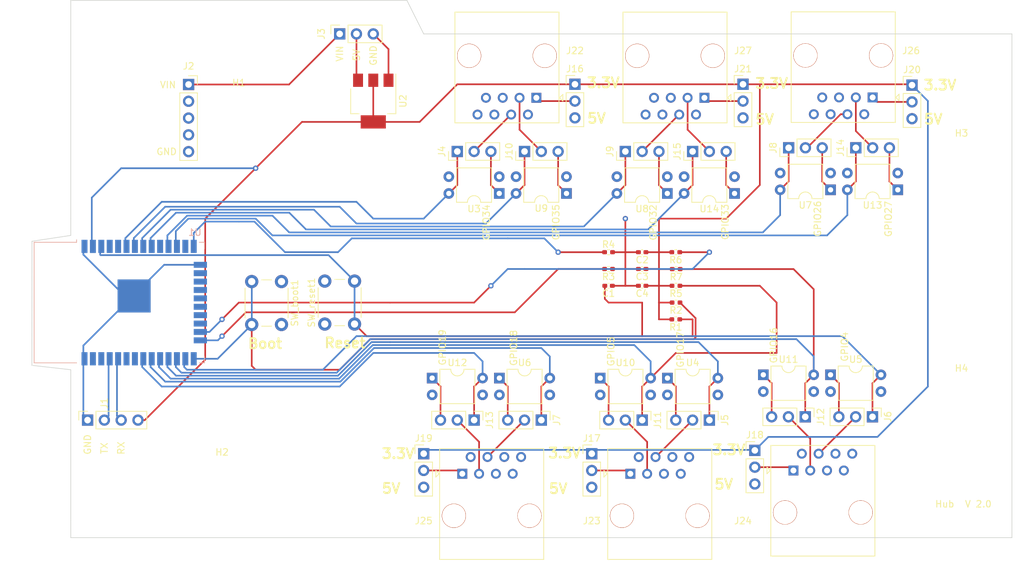
<source format=kicad_pcb>
(kicad_pcb (version 20211014) (generator pcbnew)
  (layers (0 "F.Cu" signal) (1 "In1.Cu" signal "GND") (2 "In2.Cu" signal "PWR5") (31 "B.Cu" signal) (34 "B.Paste" user) (35 "F.Paste" user) (36 "B.SilkS" user "B.Silkscreen") (37 "F.SilkS" user "F.Silkscreen") (38 "B.Mask" user) (39 "F.Mask" user) (44 "Edge.Cuts" user))
  (net 0 "")
  (net 1 "Net-(J2-Pad1)")
  (net 5 "GND")
  (net 6 "+5V")
  (net 7 "+3V3")
  (net 8 "Net-(J24-Pad4)")
  (net 9 "Net-(J5-Pad3)")
  (net 15 "Net-(J10-Pad3)")
  (net 17 "Net-(J15-Pad2)")
  (net 18 "Net-(J22-Pad4)")
  (net 19 "Net-(J4-Pad3)")
  (net 20 "Net-(J23-Pad4)")
  (net 21 "Net-(J6-Pad3)")
  (net 22 "Net-(J25-Pad4)")
  (net 23 "Net-(J7-Pad3)")
  (net 24 "Net-(J26-Pad4)")
  (net 25 "Net-(J8-Pad3)")
  (net 26 "Net-(J27-Pad4)")
  (net 27 "EN")
  (net 33 "Net-(J11-Pad2)")
  (net 34 "Net-(J11-Pad3)")
  (net 35 "Net-(J12-Pad2)")
  (net 36 "Net-(J12-Pad3)")
  (net 37 "Net-(J13-Pad2)")
  (net 38 "Net-(J13-Pad3)")
  (net 39 "Net-(J14-Pad2)")
  (net 40 "Net-(J14-Pad3)")
  (net 41 "Net-(J15-Pad3)")
  (net 42 "Net-(J16-Pad2)")
  (net 43 "Net-(J17-Pad2)")
  (net 44 "Net-(J18-Pad2)")
  (net 45 "Net-(J19-Pad2)")
  (net 46 "Net-(J20-Pad2)")
  (net 47 "Net-(J21-Pad2)")
  (net 48 "Net-(J10-Pad2)")
  (net 69 "U0TXD")
  (net 70 "U0RXD")
  (net 71 "GPIO34")
  (net 72 "GPIO17")
  (net 73 "GPIO4")
  (net 74 "GPIO18")
  (net 75 "GPIO26")
  (net 76 "Net-(J9-Pad3)")
  (net 77 "GPIO35")
  (net 78 "GPIO5")
  (net 79 "GPIO16")
  (net 80 "GPIO19")
  (net 81 "GPIO27")
  (net 82 "GPIO33")
  (net 83 "GPIO0")
  (net 84 "GPIO2")
  (net 85 "GPIO12")
  (net 86 "GPIO15")
  (net 87 "GPIO36")
  (net 88 "GPIO39")
  (net 89 "GPIO32")
  (net 90 "GPIO25")
  (net 91 "GPIO14")
  (net 92 "GPIO13")
  (net 93 "GPIO21")
  (net 94 "GPIO22")
  (net 95 "GPIO23")
  (footprint "MountingHole:MountingHole_4.3mm_M4" (layer "F.Cu") (at 50.8 129.54)
    (fp_text reference "H2")
    (fp_text value "MountingHole")
  )
  (footprint "Connector_PinHeader_2.54mm:PinHeader_1x03_P2.54mm_Vertical" (layer "F.Cu") (at 146.592688 78.188218 90)
    (fp_text reference "J14")
    (fp_text value "Conn_01x03_Male")
  )
  (footprint "Connector_PinHeader_2.54mm:PinHeader_1x03_P2.54mm_Vertical" (layer "F.Cu") (at 129.54 68.58)
    (fp_text reference "J21")
    (fp_text value "Conn_01x03_Male")
  )
  (footprint "Connector_RJ:RJ45_OST_PJ012-8P8CX_Vertical" (layer "F.Cu") (at 123.7075 70.62 180)
    (fp_text reference "J27")
    (fp_text value "8P8C")
  )
  (footprint "Connector_RJ:RJ45_OST_PJ012-8P8CX_Vertical" (layer "F.Cu") (at 149.132688 70.568218 180)
    (fp_text reference "J26")
    (fp_text value "8P8C")
  )
  (footprint "Capacitor_SMD:C_0402_1005Metric_Pad0.74x0.62mm_HandSolder" (layer "F.Cu") (at 114.3 96.52 180)
    (fp_text reference "C3")
    (fp_text value "10uf")
  )
  (footprint "Package_DIP:DIP-4_W7.62mm" (layer "F.Cu") (at 128.26 85.095 180)
    (fp_text reference "U14")
    (fp_text value "PC817")
  )
  (footprint "Capacitor_SMD:C_0402_1005Metric_Pad0.74x0.62mm_HandSolder" (layer "F.Cu") (at 114.3 93.98 180)
    (fp_text reference "C2")
    (fp_text value "1uf")
  )
  (footprint "Resistor_SMD:R_0402_1005Metric_Pad0.72x0.64mm_HandSolder" (layer "F.Cu") (at 119.417426 101.6 180)
    (fp_text reference "R2")
    (fp_text value "10k")
  )
  (footprint "Connector_PinHeader_2.54mm:PinHeader_1x03_P2.54mm_Vertical" (layer "F.Cu") (at 149.1075 118.88 -90)
    (fp_text reference "J6")
    (fp_text value "Conn_01x03_Male")
  )
  (footprint "Resistor_SMD:R_0402_1005Metric_Pad0.72x0.64mm_HandSolder" (layer "F.Cu") (at 119.38 93.98 180)
    (fp_text reference "R6")
    (fp_text value "10k")
  )
  (footprint "MountingHole:MountingHole_4.3mm_M4" (layer "F.Cu") (at 162.56 81.28)
    (fp_text reference "H3")
    (fp_text value "MountingHole")
  )
  (footprint "MountingHole:MountingHole_4.3mm_M4" (layer "F.Cu") (at 53.34 73.66)
    (fp_text reference "H1")
    (fp_text value "MountingHole")
  )
  (footprint "Resistor_SMD:R_0402_1005Metric_Pad0.72x0.64mm_HandSolder" (layer "F.Cu") (at 109.22 96.52 180)
    (fp_text reference "R3")
    (fp_text value "10k")
  )
  (footprint "Connector_PinHeader_2.54mm:PinHeader_1x03_P2.54mm_Vertical" (layer "F.Cu") (at 114.3 119.38 -90)
    (fp_text reference "J11")
    (fp_text value "Conn_01x03_Male")
  )
  (footprint "Connector_PinHeader_2.54mm:PinHeader_1x03_P2.54mm_Vertical" (layer "F.Cu") (at 155.082613 68.706051)
    (fp_text reference "J20")
    (fp_text value "Conn_01x03_Male")
  )
  (footprint "Connector_PinHeader_2.54mm:PinHeader_1x03_P2.54mm_Vertical" (layer "F.Cu") (at 124.46 119.38 -90)
    (fp_text reference "J5")
    (fp_text value "Conn_01x03_Male")
  )
  (footprint "Package_DIP:DIP-4_W7.62mm" (layer "F.Cu") (at 107.96 113.025)
    (fp_text reference "U10")
    (fp_text value "PC817")
  )
  (footprint "Connector_PinHeader_2.54mm:PinHeader_1x03_P2.54mm_Vertical" (layer "F.Cu") (at 99.06 119.3775 -90)
    (fp_text reference "J7")
    (fp_text value "Conn_01x03_Male")
  )
  (footprint "Connector_PinHeader_2.54mm:PinHeader_1x03_P2.54mm_Vertical" (layer "F.Cu") (at 81.28 124.4575)
    (fp_text reference "J19")
    (fp_text value "Conn_01x03_Male")
  )
  (footprint "Connector_PinHeader_2.54mm:PinHeader_1x03_P2.54mm_Vertical" (layer "F.Cu") (at 106.68 124.46)
    (fp_text reference "J17")
    (fp_text value "Conn_01x03_Male")
  )
  (footprint "Connector_PinHeader_2.54mm:PinHeader_1x03_P2.54mm_Vertical" (layer "F.Cu") (at 111.76 78.74 90)
    (fp_text reference "J9")
    (fp_text value "Conn_01x03_Male")
  )
  (footprint "Capacitor_SMD:C_0402_1005Metric_Pad0.74x0.62mm_HandSolder" (layer "F.Cu") (at 109.22 99.06 180)
    (fp_text reference "C1")
    (fp_text value "1uF")
  )
  (footprint "Package_DIP:DIP-4_W7.62mm" (layer "F.Cu") (at 92.7 85.095 180)
    (fp_text reference "U3")
    (fp_text value "PC817")
  )
  (footprint "Resistor_SMD:R_0402_1005Metric_Pad0.72x0.64mm_HandSolder" (layer "F.Cu") (at 119.38 104.14 180)
    (fp_text reference "R1")
    (fp_text value "10k")
  )
  (footprint "Package_DIP:DIP-4_W7.62mm" (layer "F.Cu") (at 142.7675 112.525)
    (fp_text reference "U5")
    (fp_text value "PC817")
  )
  (footprint "Connector_PinSocket_2.54mm:PinSocket_1x03_P2.54mm_Vertical" (layer "F.Cu") (at 68.58 60.96 90)
    (fp_text reference "J3")
    (fp_text value "Conn_01x03")
  )
  (footprint "Package_DIP:DIP-4_W7.62mm" (layer "F.Cu") (at 142.772688 84.543218 180)
    (fp_text reference "U7")
    (fp_text value "PC817")
  )
  (footprint "Connector_RJ:RJ45_OST_PJ012-8P8CX_Vertical" (layer "F.Cu") (at 98.3075 70.62 180)
    (fp_text reference "J22")
    (fp_text value "8P8C")
  )
  (footprint "Connector_PinHeader_2.54mm:PinHeader_1x03_P2.54mm_Vertical" (layer "F.Cu") (at 131.3275 123.96)
    (fp_text reference "J18")
    (fp_text value "Conn_01x03_Male")
  )
  (footprint "Connector_PinSocket_2.54mm:PinSocket_1x04_P2.54mm_Vertical" (layer "F.Cu") (at 30.48 119.38 90)
    (fp_text reference "J1")
    (fp_text value "Conn_01x04_Female")
  )
  (footprint "Package_DIP:DIP-4_W7.62mm" (layer "F.Cu") (at 132.6075 112.525)
    (fp_text reference "U11")
    (fp_text value "PC817")
  )
  (footprint "Package_DIP:DIP-4_W7.62mm" (layer "F.Cu") (at 118.12 113.025)
    (fp_text reference "U4")
    (fp_text value "PC817")
  )
  (footprint "Capacitor_SMD:C_0402_1005Metric_Pad0.74x0.62mm_HandSolder" (layer "F.Cu") (at 114.3 99.06 180)
    (fp_text reference "C4")
    (fp_text value "100uf")
  )
  (footprint "Package_TO_SOT_SMD:SOT-223-3_TabPin2" (layer "F.Cu") (at 73.66 71.12 -90)
    (fp_text reference "U2")
    (fp_text value "AMS1117-3.3")
  )
  (footprint "MountingHole:MountingHole_4.3mm_M4" (layer "F.Cu") (at 162.56 116.84)
    (fp_text reference "H4")
    (fp_text value "MountingHole")
  )
  (footprint "Package_DIP:DIP-4_W7.62mm" (layer "F.Cu") (at 152.932688 84.543218 180)
    (fp_text reference "U13")
    (fp_text value "PC817")
  )
  (footprint "Connector_PinSocket_2.54mm:PinSocket_1x05_P2.54mm_Vertical" (layer "F.Cu") (at 45.745 68.61)
    (fp_text reference "J2")
    (fp_text value "Conn_01x05_Male")
  )
  (footprint "Connector_PinHeader_2.54mm:PinHeader_1x03_P2.54mm_Vertical" (layer "F.Cu") (at 136.432688 78.188218 90)
    (fp_text reference "J8")
    (fp_text value "Conn_01x03_Male")
  )
  (footprint "Button_Switch_THT:SW_PUSH_6mm_H4.3mm" (layer "F.Cu") (at 66.33 104.85 90)
    (fp_text reference "SW_reset1")
    (fp_text value "SW_Push_Dual")
  )
  (footprint "Connector_RJ:RJ45_OST_PJ012-8P8CX_Vertical" (layer "F.Cu") (at 137.16 127)
    (fp_text reference "J24")
    (fp_text value "8P8C")
  )
  (footprint "Package_DIP:DIP-4_W7.62mm" (layer "F.Cu") (at 92.72 113.0225)
    (fp_text reference "U6")
    (fp_text value "PC817")
  )
  (footprint "Package_DIP:DIP-4_W7.62mm" (layer "F.Cu") (at 118.1 85.095 180)
    (fp_text reference "U8")
    (fp_text value "PC817")
  )
  (footprint "Resistor_SMD:R_0402_1005Metric_Pad0.72x0.64mm_HandSolder" (layer "F.Cu") (at 119.407477 99.06 180)
    (fp_text reference "R5")
    (fp_text value "10k")
  )
  (footprint "Button_Switch_THT:SW_PUSH_6mm_H4.3mm" (layer "F.Cu") (at 59.788244 98.420943 -90)
    (fp_text reference "SW_boot1")
    (fp_text value "SW_Push_Dual")
  )
  (footprint "Connector_PinHeader_2.54mm:PinHeader_1x03_P2.54mm_Vertical" (layer "F.Cu") (at 96.52 78.74 90)
    (fp_text reference "J10")
    (fp_text value "Conn_01x03_Male")
  )
  (footprint "Resistor_SMD:R_0402_1005Metric_Pad0.72x0.64mm_HandSolder" (layer "F.Cu") (at 109.22 93.98)
    (fp_text reference "R4")
    (fp_text value "10k")
  )
  (footprint "Connector_PinHeader_2.54mm:PinHeader_1x03_P2.54mm_Vertical" (layer "F.Cu") (at 88.9 119.3775 -90)
    (fp_text reference "J13")
    (fp_text value "Conn_01x03_Male")
  )
  (footprint "Package_DIP:DIP-4_W7.62mm" (layer "F.Cu") (at 82.56 113.0225)
    (fp_text reference "U12")
    (fp_text value "PC817")
  )
  (footprint "Connector_PinHeader_2.54mm:PinHeader_1x03_P2.54mm_Vertical" (layer "F.Cu") (at 138.9475 118.88 -90)
    (fp_text reference "J12")
    (fp_text value "Conn_01x03_Male")
  )
  (footprint "Connector_PinHeader_2.54mm:PinHeader_1x03_P2.54mm_Vertical" (layer "F.Cu") (at 104.14 68.58)
    (fp_text reference "J16")
    (fp_text value "Conn_01x03_Male")
  )
  (footprint "Connector_PinHeader_2.54mm:PinHeader_1x03_P2.54mm_Vertical" (layer "F.Cu") (at 121.92 78.74 90)
    (fp_text reference "J15")
    (fp_text value "Conn_01x03_Male")
  )
  (footprint "Connector_RJ:RJ45_OST_PJ012-8P8CX_Vertical" (layer "F.Cu") (at 87.1125 127.4975)
    (fp_text reference "J25")
    (fp_text value "8P8C")
  )
  (footprint "Resistor_SMD:R_0402_1005Metric_Pad0.72x0.64mm_HandSolder" (layer "F.Cu") (at 119.441542 96.535789 180)
    (fp_text reference "R7")
    (fp_text value "10k")
  )
  (footprint "Connector_PinHeader_2.54mm:PinHeader_1x03_P2.54mm_Vertical" (layer "F.Cu") (at 86.36 78.74 90)
    (fp_text reference "J4")
    (fp_text value "Conn_01x03_Male")
  )
  (footprint "Connector_RJ:RJ45_OST_PJ012-8P8CX_Vertical" (layer "F.Cu") (at 112.5125 127.5)
    (fp_text reference "J23")
    (fp_text value "8P8C")
  )
  (footprint "Package_DIP:DIP-4_W7.62mm" (layer "F.Cu") (at 102.86 85.095 180)
    (fp_text reference "U9")
    (fp_text value "PC817")
  )
  (footprint "RF_Module:ESP32-WROOM-32" (layer "B.Cu") (at 38.27 101.6 -90)
    (fp_text reference "U1")
    (fp_text value "ESP32-WROOM-32")
  )
  (gr_line (start 22.079536 92.323966) (end 22.066948 111.097035) (layer "Edge.Cuts") (width 0.1))
  (gr_line (start 27.94 111.76) (end 27.94 134.62) (layer "Edge.Cuts") (width 0.1))
  (gr_line (start 27.94 137.16) (end 170.18 137.16) (layer "Edge.Cuts") (width 0.1))
  (gr_line (start 27.94 88.9) (end 27.94 91.44) (layer "Edge.Cuts") (width 0.1))
  (gr_line (start 27.94 134.62) (end 27.94 137.16) (layer "Edge.Cuts") (width 0.1))
  (gr_line (start 170.18 137.16) (end 170.18 60.96) (layer "Edge.Cuts") (width 0.1))
  (gr_line (start 22.066948 111.097035) (end 27.94 111.76) (layer "Edge.Cuts") (width 0.1))
  (gr_line (start 27.94 91.44) (end 22.079536 92.323966) (layer "Edge.Cuts") (width 0.1))
  (gr_line (start 78.74 55.88) (end 27.94 55.88) (layer "Edge.Cuts") (width 0.1))
  (gr_line (start 27.94 55.88) (end 27.94 88.9) (layer "Edge.Cuts") (width 0.1))
  (gr_line (start 81.28 60.96) (end 78.74 55.88) (layer "Edge.Cuts") (width 0.1))
  (gr_line (start 170.18 60.96) (end 81.28 60.96) (layer "Edge.Cuts") (width 0.1))
  (gr_text "3.3V" (at 159.317141 68.706051) (layer "F.SilkS") (effects (font (size 1.5 1.5) (thickness 0.3))))
  (gr_text "V 2.0" (at 165.1 132.08) (layer "F.SilkS") (effects (font (size 1 1))))
  (gr_text "5V" (at 71.13497 64.158688 90) (layer "F.SilkS") (effects (font (size 1 1))))
  (gr_text "5V" (at 132.820516 73.893221) (layer "F.SilkS") (effects (font (size 1.5 1.5) (thickness 0.3))))
  (gr_text "TX" (at 33.02 123.640641 90) (layer "F.SilkS") (effects (font (size 1 1))))
  (gr_text "3.3V" (at 102.569058 124.368494) (layer "F.SilkS") (effects (font (size 1.5 1.5) (thickness 0.3))))
  (gr_text "3.3V" (at 127.419093 123.872155) (layer "F.SilkS") (effects (font (size 1.5 1.5) (thickness 0.3))))
  (gr_text "GND" (at 30.486313 123.067094 90) (layer "F.SilkS") (effects (font (size 1 1))))
  (gr_text "Reset" (at 69.382015 107.705767) (layer "F.SilkS") (effects (font (size 1.5 1.5) (thickness 0.3))))
  (gr_text "GPIO4" (at 144.904876 108.279109 90) (layer "F.SilkS") (effects (font (size 1 1))))
  (gr_text "GND" (at 73.676159 64.229795 90) (layer "F.SilkS") (effects (font (size 1 1))))
  (gr_text "GPIO17" (at 120.072518 108.705416 90) (layer "F.SilkS") (effects (font (size 1 1))))
  (gr_text "GPIO27" (at 151.512628 88.953211 90) (layer "F.SilkS") (effects (font (size 1 1))))
  (gr_text "GPIO33" (at 126.85031 89.405252 90) (layer "F.SilkS") (effects (font (size 1 1))))
  (gr_text "GND" (at 42.427706 78.773716) (layer "F.SilkS") (effects (font (size 1 1))))
  (gr_text "GPIO16" (at 134.17616 108.065956 90) (layer "F.SilkS") (effects (font (size 1 1))))
  (gr_text "VIN" (at 68.590037 63.949105 90) (layer "F.SilkS") (effects (font (size 1 1))))
  (gr_text "Boot" (at 57.304435 107.805034) (layer "F.SilkS") (effects (font (size 1.5 1.5) (thickness 0.3))))
  (gr_text "5V" (at 158.299247 73.860132) (layer "F.SilkS") (effects (font (size 1.5 1.5) (thickness 0.3))))
  (gr_text "3.3V" (at 133.871499 68.447642) (layer "F.SilkS") (effects (font (size 1.5 1.5) (thickness 0.3))))
  (gr_text "Hub" (at 160.02 132.08) (layer "F.SilkS") (effects (font (size 1 1))))
  (gr_text "3.3V" (at 108.425857 68.348375) (layer "F.SilkS") (effects (font (size 1.5 1.5) (thickness 0.3))))
  (gr_text "GPIO34" (at 90.76394 89.486094 90) (layer "F.SilkS") (effects (font (size 1 1))))
  (gr_text "3.3V" (at 77.42122 124.4575) (layer "F.SilkS") (effects (font (size 1.5 1.5) (thickness 0.3))))
  (gr_text "RX" (at 35.56 123.618582 90) (layer "F.SilkS") (effects (font (size 1 1))))
  (gr_text "VIN\n" (at 42.629804 68.668836) (layer "F.SilkS") (effects (font (size 1 1))))
  (gr_text "5V" (at 126.632824 129.086109) (layer "F.SilkS") (effects (font (size 1.5 1.5) (thickness 0.3))))
  (gr_text "GPIO26" (at 140.819438 88.917686 90) (layer "F.SilkS") (effects (font (size 1 1))))
  (gr_text "GPIO19" (at 84.120663 108.385686 90) (layer "F.SilkS") (effects (font (size 1 1))))
  (gr_text "GPIO35" (at 101.279503 89.450569 90) (layer "F.SilkS") (effects (font (size 1 1))))
  (gr_text "5V" (at 76.370236 129.714805) (layer "F.SilkS") (effects (font (size 1.5 1.5) (thickness 0.3))))
  (gr_text "GPIO32" (at 115.971597 89.484197 90) (layer "F.SilkS") (effects (font (size 1 1))))
  (gr_text "GPIO18" (at 94.884904 108.456737 90) (layer "F.SilkS") (effects (font (size 1 1))))
  (gr_text "5V" (at 107.407963 73.727775) (layer "F.SilkS") (effects (font (size 1.5 1.5) (thickness 0.3))))
  (gr_text "5V" (at 101.617343 129.747894) (layer "F.SilkS") (effects (font (size 1.5 1.5) (thickness 0.3))))
  (gr_text "GPIO5" (at 109.592481 108.98962 90) (layer "F.SilkS") (effects (font (size 1 1))))
  (segment (start 60.93 68.61) (end 68.58 60.96) (width 0.25) (layer "F.Cu") (net 1))
  (segment (start 45.745 68.61) (end 60.93 68.61) (width 0.25) (layer "F.Cu") (net 1))
  (segment (start 75.96 67.97) (end 75.96 63.26) (width 0.25) (layer "F.Cu") (net 5))
  (segment (start 109.8175 93.98) (end 111.76 93.98) (width 0.25) (layer "F.Cu") (net 5))
  (segment (start 111.76 99.06) (end 113.7325 99.06) (width 0.25) (layer "F.Cu") (net 5))
  (segment (start 111.76 96.52) (end 111.76 99.06) (width 0.25) (layer "F.Cu") (net 5))
  (segment (start 111.76 88.9) (end 111.76 93.98) (width 0.25) (layer "F.Cu") (net 5))
  (segment (start 111.76 93.98) (end 111.76 96.52) (width 0.25) (layer "F.Cu") (net 5))
  (segment (start 109.8175 96.52) (end 111.76 96.52) (width 0.25) (layer "F.Cu") (net 5))
  (segment (start 113.7325 93.98) (end 111.76 93.98) (width 0.25) (layer "F.Cu") (net 5))
  (segment (start 109.7875 99.06) (end 111.76 99.06) (width 0.25) (layer "F.Cu") (net 5))
  (segment (start 113.7325 96.52) (end 111.76 96.52) (width 0.25) (layer "F.Cu") (net 5))
  (segment (start 75.96 63.26) (end 73.66 60.96) (width 0.25) (layer "F.Cu") (net 5))
  (via (at 111.76 88.9) (size 0.8) (drill 0.4) (layers "F.Cu" "B.Cu") (net 5))
  (segment (start 29.845 110.1) (end 29.845 108.1) (width 0.25) (layer "B.Cu") (net 5))
  (segment (start 29.845 93.1) (end 29.845 94.35) (width 0.25) (layer "B.Cu") (net 5))
  (segment (start 36.095 100.6) (end 37.345 100.6) (width 0.25) (layer "B.Cu") (net 5))
  (segment (start 42.06 95.885) (end 37.345 100.6) (width 0.25) (layer "B.Cu") (net 5))
  (segment (start 47.355 95.885) (end 42.06 95.885) (width 0.25) (layer "B.Cu") (net 5))
  (segment (start 29.845 118.745) (end 30.48 119.38) (width 0.25) (layer "B.Cu") (net 5))
  (segment (start 29.845 110.1) (end 29.845 118.745) (width 0.25) (layer "B.Cu") (net 5))
  (segment (start 29.845 108.1) (end 37.345 100.6) (width 0.25) (layer "B.Cu") (net 5))
  (segment (start 29.845 94.35) (end 36.095 100.6) (width 0.25) (layer "B.Cu") (net 5))
  (segment (start 71.12 60.96) (end 71.12 67.73) (width 0.25) (layer "F.Cu") (net 6))
  (segment (start 71.12 67.73) (end 71.36 67.97) (width 0.25) (layer "F.Cu") (net 6))
  (segment (start 116.84 99.06) (end 116.84 101.6) (width 0.25) (layer "F.Cu") (net 7))
  (segment (start 154.956562 68.58) (end 155.082613 68.706051) (width 0.25) (layer "F.Cu") (net 7))
  (segment (start 114.8675 99.06) (end 116.84 99.06) (width 0.25) (layer "F.Cu") (net 7))
  (segment (start 116.84 96.52) (end 116.84 99.06) (width 0.25) (layer "F.Cu") (net 7))
  (segment (start 116.84 93.98) (end 116.84 96.52) (width 0.25) (layer "F.Cu") (net 7))
  (segment (start 116.84 93.98) (end 116.84 88.9) (width 0.25) (layer "F.Cu") (net 7))
  (segment (start 116.855789 96.535789) (end 116.84 96.52) (width 0.25) (layer "F.Cu") (net 7))
  (segment (start 118.7825 93.98) (end 116.84 93.98) (width 0.25) (layer "F.Cu") (net 7))
  (segment (start 48.26 110.244614) (end 48.26 88.9) (width 0.25) (layer "F.Cu") (net 7))
  (segment (start 114.8675 96.52) (end 116.84 96.52) (width 0.25) (layer "F.Cu") (net 7))
  (segment (start 80.67 74.27) (end 86.36 68.58) (width 0.25) (layer "F.Cu") (net 7))
  (segment (start 116.84 104.14) (end 118.7825 104.14) (width 0.25) (layer "F.Cu") (net 7))
  (segment (start 48.26 88.9) (end 55.88 81.28) (width 0.25) (layer "F.Cu") (net 7))
  (segment (start 116.84 88.9) (end 127 88.9) (width 0.25) (layer "F.Cu") (net 7))
  (segment (start 116.84 101.6) (end 116.84 104.14) (width 0.25) (layer "F.Cu") (net 7))
  (segment (start 129.54 68.58) (end 154.956562 68.58) (width 0.25) (layer "F.Cu") (net 7))
  (segment (start 118.819926 101.6) (end 116.84 101.6) (width 0.25) (layer "F.Cu") (net 7))
  (segment (start 132.08 83.82) (end 132.08 68.58) (width 0.25) (layer "F.Cu") (net 7))
  (segment (start 73.66 67.97) (end 73.66 74.27) (width 0.25) (layer "F.Cu") (net 7))
  (segment (start 86.36 68.58) (end 104.14 68.58) (width 0.25) (layer "F.Cu") (net 7))
  (segment (start 73.66 74.27) (end 62.89 74.27) (width 0.25) (layer "F.Cu") (net 7))
  (segment (start 62.89 74.27) (end 55.88 81.28) (width 0.25) (layer "F.Cu") (net 7))
  (segment (start 39.124614 119.38) (end 48.26 110.244614) (width 0.25) (layer "F.Cu") (net 7))
  (segment (start 129.04 68.58) (end 129.54 68.08) (width 0.25) (layer "F.Cu") (net 7))
  (segment (start 118.809977 99.06) (end 116.84 99.06) (width 0.25) (layer "F.Cu") (net 7))
  (segment (start 104.14 68.58) (end 129.54 68.58) (width 0.25) (layer "F.Cu") (net 7))
  (segment (start 127 88.9) (end 132.08 83.82) (width 0.25) (layer "F.Cu") (net 7))
  (segment (start 73.66 74.27) (end 80.67 74.27) (width 0.25) (layer "F.Cu") (net 7))
  (segment (start 118.844042 96.535789) (end 116.855789 96.535789) (width 0.25) (layer "F.Cu") (net 7))
  (segment (start 114.8675 93.98) (end 116.84 93.98) (width 0.25) (layer "F.Cu") (net 7))
  (segment (start 38.1 119.38) (end 39.124614 119.38) (width 0.25) (layer "F.Cu") (net 7))
  (via (at 55.88 81.28) (size 0.8) (drill 0.4) (layers "F.Cu" "B.Cu") (net 7))
  (segment (start 149.86 121.92) (end 157.48 114.3) (width 0.25) (layer "B.Cu") (net 7))
  (segment (start 81.854511 123.882989) (end 106.102989 123.882989) (width 0.25) (layer "B.Cu") (net 7))
  (segment (start 157.48 71.103438) (end 155.082613 68.706051) (width 0.25) (layer "B.Cu") (net 7))
  (segment (start 157.48 114.3) (end 157.48 71.103438) (width 0.25) (layer "B.Cu") (net 7))
  (segment (start 106.68 124.46) (end 107.254511 123.885489) (width 0.25) (layer "B.Cu") (net 7))
  (segment (start 133.3675 121.92) (end 149.86 121.92) (width 0.25) (layer "B.Cu") (net 7))
  (segment (start 55.88 81.28) (end 35.56 81.28) (width 0.25) (layer "B.Cu") (net 7))
  (segment (start 107.254511 123.885489) (end 130.752989 123.885489) (width 0.25) (layer "B.Cu") (net 7))
  (segment (start 81.28 124.4575) (end 81.854511 123.882989) (width 0.25) (layer "B.Cu") (net 7))
  (segment (start 35.56 81.28) (end 31.115 85.725) (width 0.25) (layer "B.Cu") (net 7))
  (segment (start 131.3275 123.96) (end 133.3675 121.92) (width 0.25) (layer "B.Cu") (net 7))
  (segment (start 31.115 85.725) (end 31.115 93.1) (width 0.25) (layer "B.Cu") (net 7))
  (segment (start 146.5675 118.88) (end 140.9875 124.46) (width 0.25) (layer "F.Cu") (net 8))
  (segment (start 140.9875 124.46) (end 140.97 124.46) (width 0.25) (layer "F.Cu") (net 8))
  (segment (start 119.38 114.285) (end 118.12 113.025) (width 0.25) (layer "F.Cu") (net 9))
  (segment (start 119.38 119.38) (end 119.38 114.285) (width 0.25) (layer "F.Cu") (net 9))
  (segment (start 101.6 78.74) (end 101.6 83.835) (width 0.25) (layer "F.Cu") (net 15))
  (segment (start 101.6 83.835) (end 102.86 85.095) (width 0.25) (layer "F.Cu") (net 15))
  (segment (start 121.1675 75.4475) (end 121.1675 70.62) (width 0.25) (layer "F.Cu") (net 17))
  (segment (start 124.46 78.74) (end 121.1675 75.4475) (width 0.25) (layer "F.Cu") (net 17))
  (segment (start 94.48 73.16) (end 94.4975 73.16) (width 0.25) (layer "F.Cu") (net 18))
  (segment (start 88.9 78.74) (end 94.48 73.16) (width 0.25) (layer "F.Cu") (net 18))
  (segment (start 91.44 78.74) (end 91.44 83.835) (width 0.25) (layer "F.Cu") (net 19))
  (segment (start 91.44 83.835) (end 92.7 85.095) (width 0.25) (layer "F.Cu") (net 19))
  (segment (start 116.34 124.96) (end 116.3225 124.96) (width 0.25) (layer "F.Cu") (net 20))
  (segment (start 121.92 119.38) (end 116.34 124.96) (width 0.25) (layer "F.Cu") (net 20))
  (segment (start 144.0275 118.88) (end 144.0275 113.785) (width 0.25) (layer "F.Cu") (net 21))
  (segment (start 144.0275 113.785) (end 142.7675 112.525) (width 0.25) (layer "F.Cu") (net 21))
  (segment (start 96.5025 119.3775) (end 96.52 119.3775) (width 0.25) (layer "F.Cu") (net 22))
  (segment (start 90.9225 124.9575) (end 96.5025 119.3775) (width 0.25) (layer "F.Cu") (net 22))
  (segment (start 93.98 119.3775) (end 93.98 114.2825) (width 0.25) (layer "F.Cu") (net 23))
  (segment (start 93.98 114.2825) (end 92.72 113.0225) (width 0.25) (layer "F.Cu") (net 23))
  (segment (start 144.302277 73.108218) (end 145.322688 73.108218) (width 0.25) (layer "F.Cu") (net 24))
  (segment (start 138.972688 78.188218) (end 139.222277 78.188218) (width 0.25) (layer "F.Cu") (net 24))
  (segment (start 139.222277 78.188218) (end 144.302277 73.108218) (width 0.25) (layer "F.Cu") (net 24))
  (segment (start 141.512688 78.188218) (end 141.512688 83.283218) (width 0.25) (layer "F.Cu") (net 25))
  (segment (start 141.512688 83.283218) (end 142.772688 84.543218) (width 0.25) (layer "F.Cu") (net 25))
  (segment (start 119.88 73.16) (end 119.8975 73.16) (width 0.25) (layer "F.Cu") (net 26))
  (segment (start 114.3 78.74) (end 119.88 73.16) (width 0.25) (layer "F.Cu") (net 26))
  (segment (start 73.66 106.68) (end 114.3 106.68) (width 0.25) (layer "F.Cu") (net 27))
  (segment (start 109.22 101.6) (end 108.6525 101.0325) (width 0.25) (layer "F.Cu") (net 27))
  (segment (start 119.9775 104.14) (end 121.92 104.14) (width 0.25) (layer "F.Cu") (net 27))
  (segment (start 108.6525 101.0325) (end 108.6525 99.06) (width 0.25) (layer "F.Cu") (net 27))
  (segment (start 70.83 104.85) (end 72.66 106.68) (width 0.25) (layer "F.Cu") (net 27))
  (segment (start 121.92 106.68) (end 114.3 106.68) (width 0.25) (layer "F.Cu") (net 27))
  (segment (start 72.66 106.68) (end 73.66 106.68) (width 0.25) (layer "F.Cu") (net 27))
  (segment (start 114.3 106.68) (end 114.3 101.6) (width 0.25) (layer "F.Cu") (net 27))
  (segment (start 114.3 101.6) (end 109.22 101.6) (width 0.25) (layer "F.Cu") (net 27))
  (segment (start 121.92 104.14) (end 121.92 106.68) (width 0.25) (layer "F.Cu") (net 27))
  (segment (start 70.83 98.35) (end 70.83 104.85) (width 0.25) (layer "B.Cu") (net 27))
  (segment (start 32.459511 94.424511) (end 66.904511 94.424511) (width 0.25) (layer "B.Cu") (net 27))
  (segment (start 32.385 94.35) (end 32.459511 94.424511) (width 0.25) (layer "B.Cu") (net 27))
  (segment (start 66.904511 94.424511) (end 70.83 98.35) (width 0.25) (layer "B.Cu") (net 27))
  (segment (start 32.385 93.1) (end 32.385 94.35) (width 0.25) (layer "B.Cu") (net 27))
  (segment (start 111.76 119.38) (end 115.0525 122.6725) (width 0.25) (layer "F.Cu") (net 33))
  (segment (start 115.0525 122.6725) (end 115.0525 127.5) (width 0.25) (layer "F.Cu") (net 33))
  (segment (start 109.22 119.38) (end 109.22 114.285) (width 0.25) (layer "F.Cu") (net 34))
  (segment (start 109.22 114.285) (end 107.96 113.025) (width 0.25) (layer "F.Cu") (net 34))
  (segment (start 139.7 122.1725) (end 139.7 127) (width 0.25) (layer "F.Cu") (net 35))
  (segment (start 136.4075 118.88) (end 139.7 122.1725) (width 0.25) (layer "F.Cu") (net 35))
  (segment (start 133.8675 118.88) (end 133.8675 113.785) (width 0.25) (layer "F.Cu") (net 36))
  (segment (start 133.8675 113.785) (end 132.6075 112.525) (width 0.25) (layer "F.Cu") (net 36))
  (segment (start 86.36 119.3775) (end 89.6525 122.67) (width 0.25) (layer "F.Cu") (net 37))
  (segment (start 89.6525 122.67) (end 89.6525 127.4975) (width 0.25) (layer "F.Cu") (net 37))
  (segment (start 83.82 119.3775) (end 83.82 114.2825) (width 0.25) (layer "F.Cu") (net 38))
  (segment (start 83.82 114.2825) (end 82.56 113.0225) (width 0.25) (layer "F.Cu") (net 38))
  (segment (start 149.132688 78.188218) (end 146.592688 75.648218) (width 0.25) (layer "F.Cu") (net 39))
  (segment (start 146.592688 75.648218) (end 146.592688 70.568218) (width 0.25) (layer "F.Cu") (net 39))
  (segment (start 151.672688 78.188218) (end 151.672688 83.283218) (width 0.25) (layer "F.Cu") (net 40))
  (segment (start 151.672688 83.283218) (end 152.932688 84.543218) (width 0.25) (layer "F.Cu") (net 40))
  (segment (start 127 78.74) (end 127 83.835) (width 0.25) (layer "F.Cu") (net 41))
  (segment (start 127 83.835) (end 128.26 85.095) (width 0.25) (layer "F.Cu") (net 41))
  (segment (start 98.8075 71.12) (end 98.3075 70.62) (width 0.25) (layer "F.Cu") (net 42))
  (segment (start 104.14 71.12) (end 98.8075 71.12) (width 0.25) (layer "F.Cu") (net 42))
  (segment (start 106.68 127) (end 112.0125 127) (width 0.25) (layer "F.Cu") (net 43))
  (segment (start 112.0125 127) (end 112.5125 127.5) (width 0.25) (layer "F.Cu") (net 43))
  (segment (start 136.66 126.5) (end 137.16 127) (width 0.25) (layer "F.Cu") (net 44))
  (segment (start 131.3275 126.5) (end 136.66 126.5) (width 0.25) (layer "F.Cu") (net 44))
  (segment (start 86.6125 126.9975) (end 87.1125 127.4975) (width 0.25) (layer "F.Cu") (net 45))
  (segment (start 81.28 126.9975) (end 86.6125 126.9975) (width 0.25) (layer "F.Cu") (net 45))
  (segment (start 155.082613 71.246051) (end 149.810521 71.246051) (width 0.25) (layer "F.Cu") (net 46))
  (segment (start 149.810521 71.246051) (end 149.132688 70.568218) (width 0.25) (layer "F.Cu") (net 46))
  (segment (start 129.54 71.12) (end 124.2075 71.12) (width 0.25) (layer "F.Cu") (net 47))
  (segment (start 124.2075 71.12) (end 123.7075 70.62) (width 0.25) (layer "F.Cu") (net 47))
  (segment (start 95.7675 75.4475) (end 95.7675 70.62) (width 0.25) (layer "F.Cu") (net 48))
  (segment (start 99.06 78.74) (end 95.7675 75.4475) (width 0.25) (layer "F.Cu") (net 48))
  (segment (start 33.655 110.1) (end 33.655 118.745) (width 0.25) (layer "B.Cu") (net 69))
  (segment (start 33.655 118.745) (end 33.02 119.38) (width 0.25) (layer "B.Cu") (net 69))
  (segment (start 34.925 118.745) (end 35.56 119.38) (width 0.25) (layer "B.Cu") (net 70))
  (segment (start 34.925 110.1) (end 34.925 118.745) (width 0.25) (layer "B.Cu") (net 70))
  (segment (start 86.36 83.815) (end 85.08 85.095) (width 0.25) (layer "F.Cu") (net 71))
  (segment (start 86.36 78.74) (end 86.36 83.815) (width 0.25) (layer "F.Cu") (net 71))
  (segment (start 73.66 88.9) (end 81.28 88.9) (width 0.25) (layer "B.Cu") (net 71))
  (segment (start 71.12 86.36) (end 73.66 88.9) (width 0.25) (layer "B.Cu") (net 71))
  (segment (start 81.28 88.9) (end 81.28 88.895) (width 0.25) (layer "B.Cu") (net 71))
  (segment (start 36.195 91.85) (end 41.685 86.36) (width 0.25) (layer "B.Cu") (net 71))
  (segment (start 81.28 88.895) (end 85.08 85.095) (width 0.25) (layer "B.Cu") (net 71))
  (segment (start 36.195 93.1) (end 36.195 91.85) (width 0.25) (layer "B.Cu") (net 71))
  (segment (start 41.685 86.36) (end 71.12 86.36) (width 0.25) (layer "B.Cu") (net 71))
  (segment (start 124.46 114.305) (end 125.74 113.025) (width 0.25) (layer "F.Cu") (net 72))
  (segment (start 124.46 119.38) (end 124.46 114.305) (width 0.25) (layer "F.Cu") (net 72))
  (segment (start 125.74 113.025) (end 125.74 110.5) (width 0.25) (layer "B.Cu") (net 72))
  (segment (start 73.396677 107.57904) (end 76.2 107.57904) (width 0.25) (layer "B.Cu") (net 72))
  (segment (start 42.545 110.1) (end 42.545 111.35) (width 0.25) (layer "B.Cu") (net 72))
  (segment (start 122.81904 107.57904) (end 76.2 107.57904) (width 0.25) (layer "B.Cu") (net 72))
  (segment (start 125.74 110.5) (end 122.81904 107.57904) (width 0.25) (layer "B.Cu") (net 72))
  (segment (start 43.85404 112.65904) (end 68.316678 112.65904) (width 0.25) (layer "B.Cu") (net 72))
  (segment (start 68.897858 112.077859) (end 73.396677 107.57904) (width 0.25) (layer "B.Cu") (net 72))
  (segment (start 68.316678 112.65904) (end 68.897858 112.077859) (width 0.25) (layer "B.Cu") (net 72))
  (segment (start 42.545 111.35) (end 43.85404 112.65904) (width 0.25) (layer "B.Cu") (net 72))
  (segment (start 149.1075 113.805) (end 150.3875 112.525) (width 0.25) (layer "F.Cu") (net 73))
  (segment (start 149.1075 118.88) (end 149.1075 113.805) (width 0.25) (layer "F.Cu") (net 73))
  (segment (start 45.085 110.1) (end 45.085 111.35) (width 0.25) (layer "B.Cu") (net 73))
  (segment (start 45.085 111.35) (end 45.495 111.76) (width 0.25) (layer "B.Cu") (net 73))
  (segment (start 66.04 111.76) (end 71.12 106.68) (width 0.25) (layer "B.Cu") (net 73))
  (segment (start 144.5425 106.68) (end 71.12 106.68) (width 0.25) (layer "B.Cu") (net 73))
  (segment (start 144.5425 106.68) (end 150.3875 112.525) (width 0.25) (layer "B.Cu") (net 73))
  (segment (start 45.495 111.76) (end 66.04 111.76) (width 0.25) (layer "B.Cu") (net 73))
  (segment (start 99.06 114.3025) (end 100.34 113.0225) (width 0.25) (layer "F.Cu") (net 74))
  (segment (start 99.06 119.3775) (end 99.06 114.3025) (width 0.25) (layer "F.Cu") (net 74))
  (segment (start 68.689072 113.558079) (end 73.769072 108.47808) (width 0.25) (layer "B.Cu") (net 74))
  (segment (start 99.06 108.47808) (end 100.34 109.75808) (width 0.25) (layer "B.Cu") (net 74))
  (segment (start 42.213079 113.558079) (end 68.689072 113.558079) (width 0.25) (layer "B.Cu") (net 74))
  (segment (start 40.005 110.1) (end 40.005 111.35) (width 0.25) (layer "B.Cu") (net 74))
  (segment (start 40.005 111.35) (end 42.213079 113.558079) (width 0.25) (layer "B.Cu") (net 74))
  (segment (start 73.769072 108.47808) (end 99.06 108.47808) (width 0.25) (layer "B.Cu") (net 74))
  (segment (start 100.34 109.75808) (end 100.34 113.0225) (width 0.25) (layer "B.Cu") (net 74))
  (segment (start 136.432688 78.188218) (end 136.432688 83.263218) (width 0.25) (layer "F.Cu") (net 75))
  (segment (start 136.432688 83.263218) (end 135.152688 84.543218) (width 0.25) (layer "F.Cu") (net 75))
  (segment (start 42.545 93.1) (end 42.545 91.439282) (width 0.25) (layer "B.Cu") (net 75))
  (segment (start 42.545 91.439282) (end 45.533803 88.45048) (width 0.25) (layer "B.Cu") (net 75))
  (segment (start 135.152688 88.367312) (end 135.152688 84.543218) (width 0.25) (layer "B.Cu") (net 75))
  (segment (start 58.42 88.45048) (end 60.96 90.99048) (width 0.25) (layer "B.Cu") (net 75))
  (segment (start 45.533803 88.45048) (end 58.42 88.45048) (width 0.25) (layer "B.Cu") (net 75))
  (segment (start 60.96 90.99048) (end 132.52952 90.99048) (width 0.25) (layer "B.Cu") (net 75))
  (segment (start 132.52952 90.99048) (end 135.152688 88.367312) (width 0.25) (layer "B.Cu") (net 75))
  (segment (start 116.84 83.835) (end 118.1 85.095) (width 0.25) (layer "F.Cu") (net 76))
  (segment (start 116.84 78.74) (end 116.84 83.835) (width 0.25) (layer "F.Cu") (net 76))
  (segment (start 96.52 78.74) (end 96.52 83.815) (width 0.25) (layer "F.Cu") (net 77))
  (segment (start 96.52 83.815) (end 95.24 85.095) (width 0.25) (layer "F.Cu") (net 77))
  (segment (start 68.58 87.10192) (end 71.12 89.64192) (width 0.25) (layer "B.Cu") (net 77))
  (segment (start 37.465 91.85) (end 42.21308 87.10192) (width 0.25) (layer "B.Cu") (net 77))
  (segment (start 90.69308 89.64192) (end 95.24 85.095) (width 0.25) (layer "B.Cu") (net 77))
  (segment (start 71.12 89.64192) (end 90.69308 89.64192) (width 0.25) (layer "B.Cu") (net 77))
  (segment (start 42.21308 87.10192) (end 68.58 87.10192) (width 0.25) (layer "B.Cu") (net 77))
  (segment (start 37.465 93.1) (end 37.465 91.85) (width 0.25) (layer "B.Cu") (net 77))
  (segment (start 119.385 109.22) (end 115.58 113.025) (width 0.25) (layer "F.Cu") (net 78))
  (segment (start 134.62 109.22) (end 119.385 109.22) (width 0.25) (layer "F.Cu") (net 78))
  (segment (start 120.004977 99.06) (end 132.08 99.06) (width 0.25) (layer "F.Cu") (net 78))
  (segment (start 114.3 119.38) (end 114.3 114.305) (width 0.25) (layer "F.Cu") (net 78))
  (segment (start 132.08 99.06) (end 134.62 101.6) (width 0.25) (layer "F.Cu") (net 78))
  (segment (start 114.3 114.305) (end 115.58 113.025) (width 0.25) (layer "F.Cu") (net 78))
  (segment (start 134.62 101.6) (end 134.62 109.22) (width 0.25) (layer "F.Cu") (net 78))
  (segment (start 68.502876 113.108559) (end 69.215717 112.395717) (width 0.25) (layer "B.Cu") (net 78))
  (segment (start 41.275 110.1) (end 41.275 111.35) (width 0.25) (layer "B.Cu") (net 78))
  (segment (start 113.10856 108.02856) (end 115.58 110.5) (width 0.25) (layer "B.Cu") (net 78))
  (segment (start 73.582874 108.02856) (end 113.10856 108.02856) (width 0.25) (layer "B.Cu") (net 78))
  (segment (start 69.215717 112.395717) (end 73.582874 108.02856) (width 0.25) (layer "B.Cu") (net 78))
  (segment (start 115.58 110.5) (end 115.58 113.025) (width 0.25) (layer "B.Cu") (net 78))
  (segment (start 41.275 111.35) (end 43.03356 113.10856) (width 0.25) (layer "B.Cu") (net 78))
  (segment (start 43.03356 113.10856) (end 68.502876 113.108559) (width 0.25) (layer "B.Cu") (net 78))
  (segment (start 137.144211 96.535789) (end 137.16 96.52) (width 0.25) (layer "F.Cu") (net 79))
  (segment (start 138.9475 118.88) (end 138.9475 113.805) (width 0.25) (layer "F.Cu") (net 79))
  (segment (start 120.039042 96.535789) (end 137.144211 96.535789) (width 0.25) (layer "F.Cu") (net 79))
  (segment (start 138.9475 113.805) (end 140.2275 112.525) (width 0.25) (layer "F.Cu") (net 79))
  (segment (start 137.16 96.52) (end 140.2275 99.5875) (width 0.25) (layer "F.Cu") (net 79))
  (segment (start 140.2275 99.5875) (end 140.2275 112.525) (width 0.25) (layer "F.Cu") (net 79))
  (segment (start 44.67452 112.20952) (end 68.13048 112.20952) (width 0.25) (layer "B.Cu") (net 79))
  (segment (start 43.815 110.1) (end 43.815 111.35) (width 0.25) (layer "B.Cu") (net 79))
  (segment (start 43.815 111.35) (end 44.67452 112.20952) (width 0.25) (layer "B.Cu") (net 79))
  (segment (start 68.13048 112.20952) (end 73.21048 107.12952) (width 0.25) (layer "B.Cu") (net 79))
  (segment (start 73.21048 107.12952) (end 137.60952 107.12952) (width 0.25) (layer "B.Cu") (net 79))
  (segment (start 140.2275 109.7475) (end 140.2275 112.525) (width 0.25) (layer "B.Cu") (net 79))
  (segment (start 137.60952 107.12952) (end 140.2275 109.7475) (width 0.25) (layer "B.Cu") (net 79))
  (segment (start 88.9 119.3775) (end 88.9 114.3025) (width 0.25) (layer "F.Cu") (net 80))
  (segment (start 88.9 114.3025) (end 90.18 113.0225) (width 0.25) (layer "F.Cu") (net 80))
  (segment (start 38.735 111.35) (end 41.685 114.3) (width 0.25) (layer "B.Cu") (net 80))
  (segment (start 41.685 114.3) (end 68.582869 114.3) (width 0.25) (layer "B.Cu") (net 80))
  (segment (start 73.66287 109.22) (end 88.9 109.22) (width 0.25) (layer "B.Cu") (net 80))
  (segment (start 90.18 110.5) (end 90.18 113.0225) (width 0.25) (layer "B.Cu") (net 80))
  (segment (start 68.582869 114.3) (end 73.66287 109.22) (width 0.25) (layer "B.Cu") (net 80))
  (segment (start 38.735 110.1) (end 38.735 111.35) (width 0.25) (layer "B.Cu") (net 80))
  (segment (start 88.9 109.22) (end 90.18 110.5) (width 0.25) (layer "B.Cu") (net 80))
  (segment (start 146.592688 83.263218) (end 145.312688 84.543218) (width 0.25) (layer "F.Cu") (net 81))
  (segment (start 146.592688 78.188218) (end 146.592688 83.263218) (width 0.25) (layer "F.Cu") (net 81))
  (segment (start 142.24 91.44) (end 145.312688 88.367312) (width 0.25) (layer "B.Cu") (net 81))
  (segment (start 58.42 91.44) (end 142.24 91.44) (width 0.25) (layer "B.Cu") (net 81))
  (segment (start 55.88 88.9) (end 58.42 91.44) (width 0.25) (layer "B.Cu") (net 81))
  (segment (start 145.312688 88.367312) (end 145.312688 84.543218) (width 0.25) (layer "B.Cu") (net 81))
  (segment (start 43.815 90.805) (end 45.72 88.9) (width 0.25) (layer "B.Cu") (net 81))
  (segment (start 45.72 88.9) (end 55.88 88.9) (width 0.25) (layer "B.Cu") (net 81))
  (segment (start 43.815 93.1) (end 43.815 90.805) (width 0.25) (layer "B.Cu") (net 81))
  (segment (start 121.92 83.815) (end 120.64 85.095) (width 0.25) (layer "F.Cu") (net 82))
  (segment (start 121.92 78.74) (end 121.92 83.815) (width 0.25) (layer "F.Cu") (net 82))
  (segment (start 40.005 91.85) (end 43.85404 88.00096) (width 0.25) (layer "B.Cu") (net 82))
  (segment (start 40.005 93.1) (end 40.005 91.85) (width 0.25) (layer "B.Cu") (net 82))
  (segment (start 43.85404 88.00096) (end 60.96 88.00096) (width 0.25) (layer "B.Cu") (net 82))
  (segment (start 63.5 90.54096) (end 115.19404 90.54096) (width 0.25) (layer "B.Cu") (net 82))
  (segment (start 60.96 88.00096) (end 63.5 90.54096) (width 0.25) (layer "B.Cu") (net 82))
  (segment (start 115.19404 90.54096) (end 120.64 85.095) (width 0.25) (layer "B.Cu") (net 82))
  (segment (start 120.014926 101.6) (end 120.015717 101.6) (width 0.25) (layer "F.Cu") (net 83))
  (segment (start 55.288244 111.168244) (end 55.288244 104.920943) (width 0.25) (layer "F.Cu") (net 83))
  (segment (start 55.88 111.76) (end 55.288244 111.168244) (width 0.25) (layer "F.Cu") (net 83))
  (segment (start 68.58 111.76) (end 55.88 111.76) (width 0.25) (layer "F.Cu") (net 83))
  (segment (start 122.36952 106.866197) (end 122.106197 107.12952) (width 0.25) (layer "F.Cu") (net 83))
  (segment (start 73.21048 107.12952) (end 68.58 111.76) (width 0.25) (layer "F.Cu") (net 83))
  (segment (start 120.015717 101.6) (end 122.36952 103.953803) (width 0.25) (layer "F.Cu") (net 83))
  (segment (start 122.106197 107.12952) (end 73.21048 107.12952) (width 0.25) (layer "F.Cu") (net 83))
  (segment (start 122.36952 103.953803) (end 122.36952 106.866197) (width 0.25) (layer "F.Cu") (net 83))
  (segment (start 55.297151 104.937846) (end 55.297151 98.437846) (width 0.25) (layer "B.Cu") (net 83))
  (segment (start 55.297151 104.937846) (end 50.134997 110.1) (width 0.25) (layer "B.Cu") (net 83))
  (segment (start 50.134997 110.1) (end 46.355 110.1) (width 0.25) (layer "B.Cu") (net 83))
  (segment (start 50.8 106.68) (end 54.404031 103.075969) (width 0.25) (layer "F.Cu") (net 84))
  (segment (start 54.404031 103.075969) (end 95.044031 103.075969) (width 0.25) (layer "F.Cu") (net 84))
  (segment (start 95.044031 103.075969) (end 101.6 96.52) (width 0.25) (layer "F.Cu") (net 84))
  (segment (start 101.6 96.52) (end 108.6225 96.52) (width 0.25) (layer "F.Cu") (net 84))
  (via (at 50.8 106.68) (size 0.8) (drill 0.4) (layers "F.Cu" "B.Cu") (net 84))
  (segment (start 50.165 107.315) (end 50.8 106.68) (width 0.25) (layer "B.Cu") (net 84))
  (segment (start 47.525 107.315) (end 50.165 107.315) (width 0.25) (layer "B.Cu") (net 84))
  (segment (start 101.6 93.98) (end 108.6225 93.98) (width 0.25) (layer "F.Cu") (net 85))
  (via (at 101.6 93.98) (size 0.8) (drill 0.4) (layers "F.Cu" "B.Cu") (net 85))
  (segment (start 46.525 91.08452) (end 48.26 89.34952) (width 0.25) (layer "B.Cu") (net 85))
  (segment (start 48.26 89.34952) (end 53.34 89.34952) (width 0.25) (layer "B.Cu") (net 85))
  (segment (start 70.413605 91.88952) (end 93.98 91.88952) (width 0.25) (layer "B.Cu") (net 85))
  (segment (start 93.98 91.88952) (end 99.50952 91.88952) (width 0.25) (layer "B.Cu") (net 85))
  (segment (start 68.328134 93.974991) (end 70.413605 91.88952) (width 0.25) (layer "B.Cu") (net 85))
  (segment (start 46.525 93.1) (end 46.525 91.08452) (width 0.25) (layer "B.Cu") (net 85))
  (segment (start 55.693802 89.34952) (end 58.102141 91.757859) (width 0.25) (layer "B.Cu") (net 85))
  (segment (start 58.102141 91.757859) (end 60.319273 93.974991) (width 0.25) (layer "B.Cu") (net 85))
  (segment (start 99.50952 91.88952) (end 101.6 93.98) (width 0.25) (layer "B.Cu") (net 85))
  (segment (start 53.34 89.34952) (end 55.693802 89.34952) (width 0.25) (layer "B.Cu") (net 85))
  (segment (start 60.319273 93.974991) (end 68.328134 93.974991) (width 0.25) (layer "B.Cu") (net 85))
  (segment (start 124.46 93.98) (end 119.9775 93.98) (width 0.25) (layer "F.Cu") (net 86))
  (segment (start 88.9 101.6) (end 91.44 99.06) (width 0.25) (layer "F.Cu") (net 86))
  (segment (start 76.2 101.6) (end 88.9 101.6) (width 0.25) (layer "F.Cu") (net 86))
  (segment (start 50.8 104.14) (end 53.34 101.6) (width 0.25) (layer "F.Cu") (net 86))
  (segment (start 53.34 101.6) (end 76.2 101.6) (width 0.25) (layer "F.Cu") (net 86))
  (via (at 50.8 104.14) (size 0.8) (drill 0.4) (layers "F.Cu" "B.Cu") (net 86))
  (via (at 124.46 93.98) (size 0.8) (drill 0.4) (layers "F.Cu" "B.Cu") (net 86))
  (via (at 91.44 99.06) (size 0.8) (drill 0.4) (layers "F.Cu" "B.Cu") (net 86))
  (segment (start 48.895 106.045) (end 50.8 104.14) (width 0.25) (layer "B.Cu") (net 86))
  (segment (start 96.52 96.52) (end 121.92 96.52) (width 0.25) (layer "B.Cu") (net 86))
  (segment (start 93.98 96.52) (end 96.52 96.52) (width 0.25) (layer "B.Cu") (net 86))
  (segment (start 121.92 96.52) (end 124.46 93.98) (width 0.25) (layer "B.Cu") (net 86))
  (segment (start 47.525 106.045) (end 48.895 106.045) (width 0.25) (layer "B.Cu") (net 86))
  (segment (start 91.44 99.06) (end 93.98 96.52) (width 0.25) (layer "B.Cu") (net 86))
  (segment (start 111.76 83.815) (end 110.48 85.095) (width 0.25) (layer "F.Cu") (net 89))
  (segment (start 111.76 78.74) (end 111.76 83.815) (width 0.25) (layer "F.Cu") (net 89))
  (segment (start 67.23144 90.09144) (end 105.48356 90.09144) (width 0.25) (layer "B.Cu") (net 89))
  (segment (start 64.69144 87.55144) (end 67.23144 90.09144) (width 0.25) (layer "B.Cu") (net 89))
  (segment (start 38.735 93.1) (end 38.735 91.85) (width 0.25) (layer "B.Cu") (net 89))
  (segment (start 43.03356 87.55144) (end 64.69144 87.55144) (width 0.25) (layer "B.Cu") (net 89))
  (segment (start 38.735 91.85) (end 43.03356 87.55144) (width 0.25) (layer "B.Cu") (net 89))
  (segment (start 105.48356 90.09144) (end 110.48 85.095) (width 0.25) (layer "B.Cu") (net 89))
)
</source>
